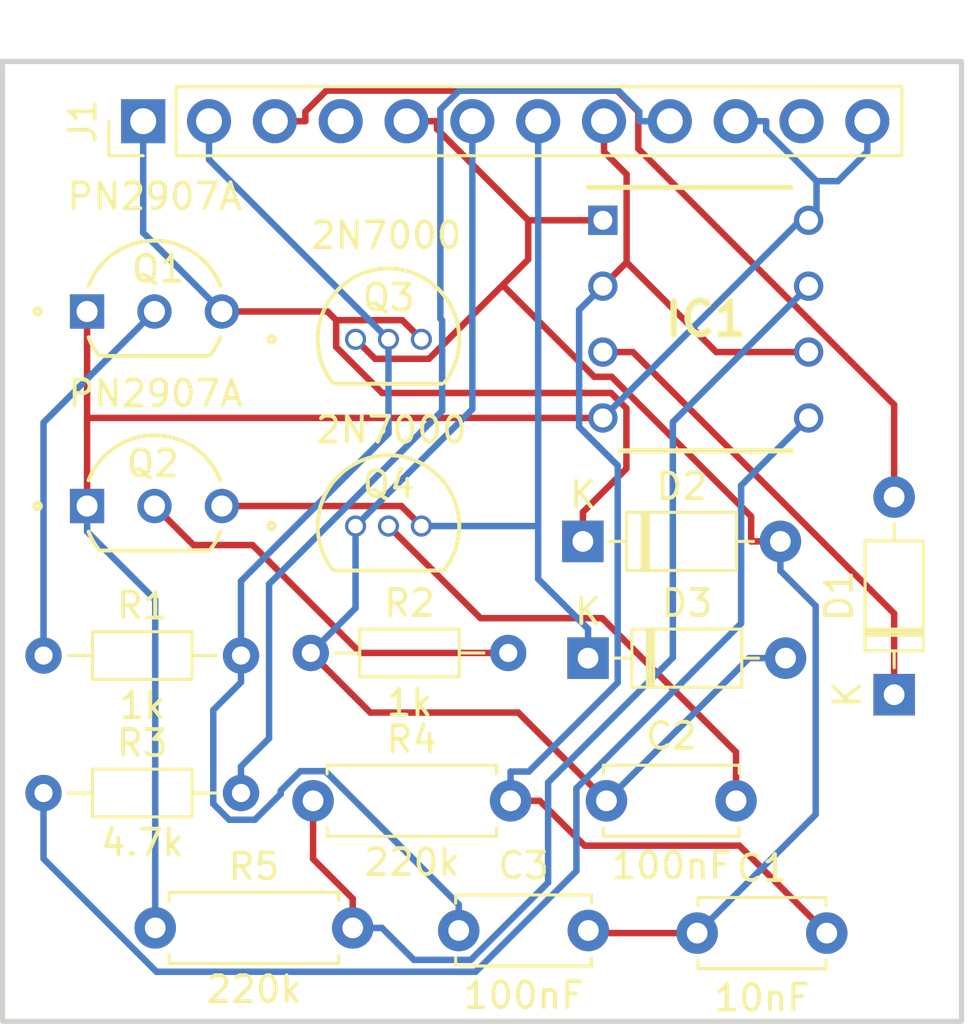
<source format=kicad_pcb>
(kicad_pcb (version 20221018) (generator pcbnew)
  (layers (0 "F.Cu" signal) (31 "B.Cu" signal) (34 "B.Paste" user) (35 "F.Paste" user) (36 "B.SilkS" user "B.Silkscreen") (37 "F.SilkS" user "F.Silkscreen") (38 "B.Mask" user) (39 "F.Mask" user) (44 "Edge.Cuts" user))
  (net 0 "")
  (net 1 "Net-(IC1-THRES)")
  (net 2 "Net-(D3-K)")
  (net 3 "Net-(Q4-G)")
  (net 4 "Net-(D2-K)")
  (net 5 "Net-(J1-Pin_2)")
  (net 6 "Net-(D1-K)")
  (net 7 "Net-(D1-A)")
  (net 8 "Net-(D2-A)")
  (net 9 "Net-(D3-A)")
  (net 10 "Net-(IC1-RESET)")
  (net 11 "Net-(IC1-CONT)")
  (net 12 "Net-(IC1-DISCH)")
  (net 14 "Net-(J1-Pin_9)")
  (net 16 "Net-(Q1-B)")
  (net 17 "Net-(Q2-B)")
  (footprint "Diode_THT:D_DO-35_SOD27_P7.62mm_Horizontal" (layer "F.Cu") (at 155.39 105.9)
    (fp_text reference "D3" (at 3.81 -2.12) (layer "F.SilkS"))
    (fp_text value "1N4148")
    (fp_text user "K" (at 0 -1.8) (layer "F.SilkS"))
    (fp_line (start 1.04 0) (end 1.69 0) (stroke (width 0.12)) (layer "F.SilkS"))
    (fp_line (start 1.69 -1.12) (end 1.69 1.12) (stroke (width 0.12)) (layer "F.SilkS"))
    (fp_line (start 1.69 1.12) (end 5.93 1.12) (stroke (width 0.12)) (layer "F.SilkS"))
    (fp_line (start 2.29 -1.12) (end 2.29 1.12) (stroke (width 0.12)) (layer "F.SilkS"))
    (fp_line (start 2.41 -1.12) (end 2.41 1.12) (stroke (width 0.12)) (layer "F.SilkS"))
    (fp_line (start 2.53 -1.12) (end 2.53 1.12) (stroke (width 0.12)) (layer "F.SilkS"))
    (fp_line (start 5.93 -1.12) (end 1.69 -1.12) (stroke (width 0.12)) (layer "F.SilkS"))
    (fp_line (start 5.93 1.12) (end 5.93 -1.12) (stroke (width 0.12)) (layer "F.SilkS"))
    (fp_line (start 6.58 0) (end 5.93 0) (stroke (width 0.12)) (layer "F.SilkS"))
    (pad "1" thru_hole rect (at 0 0) (size 1.6 1.6) (drill 0.8) (layers "*.Cu" "*.Mask") (net 2 "Net-(D3-K)"))
    (pad "2" thru_hole oval (at 7.62 0) (size 1.6 1.6) (drill 0.8) (layers "*.Cu" "*.Mask") (net 9 "Net-(D3-A)"))
  )
  (footprint "symbols:DIP794W53P254L959H508Q8N" (layer "F.Cu") (at 159.93 92.83)
    (fp_text reference "IC1" (at 0 0) (layer "F.SilkS") (effects (font (size 1.27 1.27) (thickness 0.254))))
    (fp_text value "TLC555CP" hide)
    (fp_line (start -4.535 -5.08) (end 3.3 -5.08) (stroke (width 0.2)) (layer "F.SilkS"))
    (fp_line (start -3.3 5.08) (end 3.3 5.08) (stroke (width 0.2)) (layer "F.SilkS"))
    (pad "1" thru_hole rect (at -3.97 -3.81) (size 1.13 1.13) (drill 0.73) (layers "*.Cu" "*.Mask") (net 8 "Net-(D2-A)"))
    (pad "2" thru_hole circle (at -3.97 -1.27) (size 1.13 1.13) (drill 0.73) (layers "*.Cu" "*.Mask") (net 1 "Net-(IC1-THRES)"))
    (pad "3" thru_hole circle (at -3.97 1.27) (size 1.13 1.13) (drill 0.73) (layers "*.Cu" "*.Mask") (net 6 "Net-(D1-K)"))
    (pad "4" thru_hole circle (at -3.97 3.81) (size 1.13 1.13) (drill 0.73) (layers "*.Cu" "*.Mask") (net 10 "Net-(IC1-RESET)"))
    (pad "5" thru_hole circle (at 3.97 3.81) (size 1.13 1.13) (drill 0.73) (layers "*.Cu" "*.Mask") (net 11 "Net-(IC1-CONT)"))
    (pad "6" thru_hole circle (at 3.97 1.27) (size 1.13 1.13) (drill 0.73) (layers "*.Cu" "*.Mask") (net 1 "Net-(IC1-THRES)"))
    (pad "7" thru_hole circle (at 3.97 -1.27) (size 1.13 1.13) (drill 0.73) (layers "*.Cu" "*.Mask") (net 12 "Net-(IC1-DISCH)"))
    (pad "8" thru_hole circle (at 3.97 -3.81) (size 1.13 1.13) (drill 0.73) (layers "*.Cu" "*.Mask") (net 10 "Net-(IC1-RESET)"))
  )
  (footprint "Resistor_THT:R_Axial_DIN0204_L3.6mm_D1.6mm_P7.62mm_Horizontal" (layer "F.Cu") (at 144.69 105.7)
    (fp_text reference "R2" (at 3.81 -1.92) (layer "F.SilkS"))
    (fp_text value "1k" (at 3.81 1.92) (layer "F.SilkS"))
    (fp_line (start 0.94 0) (end 1.89 0) (stroke (width 0.12)) (layer "F.SilkS"))
    (fp_line (start 1.89 -0.92) (end 1.89 0.92) (stroke (width 0.12)) (layer "F.SilkS"))
    (fp_line (start 1.89 0.92) (end 5.73 0.92) (stroke (width 0.12)) (layer "F.SilkS"))
    (fp_line (start 5.73 -0.92) (end 1.89 -0.92) (stroke (width 0.12)) (layer "F.SilkS"))
    (fp_line (start 5.73 0.92) (end 5.73 -0.92) (stroke (width 0.12)) (layer "F.SilkS"))
    (fp_line (start 6.68 0) (end 5.73 0) (stroke (width 0.12)) (layer "F.SilkS"))
    (pad "1" thru_hole circle (at 0 0) (size 1.4 1.4) (drill 0.7) (layers "*.Cu" "*.Mask") (net 9 "Net-(D3-A)"))
    (pad "2" thru_hole oval (at 7.62 0) (size 1.4 1.4) (drill 0.7) (layers "*.Cu" "*.Mask") (net 17 "Net-(Q2-B)"))
  )
  (footprint "Connector_PinHeader_2.54mm:PinHeader_1x12_P2.54mm_Vertical" (layer "F.Cu") (at 138.225 85.2 90)
    (fp_text reference "J1" (at 0 -2.33 90) (layer "F.SilkS"))
    (fp_text value "Conn_01x12")
    (fp_line (start -1.33 -1.33) (end 0 -1.33) (stroke (width 0.12)) (layer "F.SilkS"))
    (fp_line (start -1.33 0) (end -1.33 -1.33) (stroke (width 0.12)) (layer "F.SilkS"))
    (fp_line (start -1.33 1.27) (end -1.33 29.27) (stroke (width 0.12)) (layer "F.SilkS"))
    (fp_line (start -1.33 1.27) (end 1.33 1.27) (stroke (width 0.12)) (layer "F.SilkS"))
    (fp_line (start -1.33 29.27) (end 1.33 29.27) (stroke (width 0.12)) (layer "F.SilkS"))
    (fp_line (start 1.33 1.27) (end 1.33 29.27) (stroke (width 0.12)) (layer "F.SilkS"))
    (pad "1" thru_hole rect (at 0 0 90) (size 1.7 1.7) (drill 1) (layers "*.Cu" "*.Mask") (net 4 "Net-(D2-K)"))
    (pad "2" thru_hole oval (at 0 2.54 90) (size 1.7 1.7) (drill 1) (layers "*.Cu" "*.Mask") (net 5 "Net-(J1-Pin_2)"))
    (pad "3" thru_hole oval (at 0 5.08 90) (size 1.7 1.7) (drill 1) (layers "*.Cu" "*.Mask") (net 7 "Net-(D1-A)"))
    (pad "4" thru_hole oval (at 0 7.62 90) (size 1.7 1.7) (drill 1) (layers "*.Cu" "*.Mask"))
    (pad "5" thru_hole oval (at 0 10.16 90) (size 1.7 1.7) (drill 1) (layers "*.Cu" "*.Mask") (net 8 "Net-(D2-A)"))
    (pad "6" thru_hole oval (at 0 12.7 90) (size 1.7 1.7) (drill 1) (layers "*.Cu" "*.Mask") (net 9 "Net-(D3-A)"))
    (pad "7" thru_hole oval (at 0 15.24 90) (size 1.7 1.7) (drill 1) (layers "*.Cu" "*.Mask") (net 2 "Net-(D3-K)"))
    (pad "8" thru_hole oval (at 0 17.78 90) (size 1.7 1.7) (drill 1) (layers "*.Cu" "*.Mask") (net 1 "Net-(IC1-THRES)"))
    (pad "9" thru_hole oval (at 0 20.32 90) (size 1.7 1.7) (drill 1) (layers "*.Cu" "*.Mask") (net 14 "Net-(J1-Pin_9)"))
    (pad "10" thru_hole oval (at 0 22.86 90) (size 1.7 1.7) (drill 1) (layers "*.Cu" "*.Mask") (net 10 "Net-(IC1-RESET)"))
    (pad "11" thru_hole oval (at 0 25.4 90) (size 1.7 1.7) (drill 1) (layers "*.Cu" "*.Mask"))
    (pad "12" thru_hole oval (at 0 27.94 90) (size 1.7 1.7) (drill 1) (layers "*.Cu" "*.Mask") (net 10 "Net-(IC1-RESET)"))
  )
  (footprint "footprint:TO-92-3L_5P33X5P2_ONS" (layer "F.Cu") (at 136.0606 100.0364)
    (fp_text reference "Q2" (at 2.5394 -1.6364 unlocked) (layer "F.SilkS"))
    (fp_text value "PN2907A" (at 2.63945 -4.33645 unlocked) (layer "F.SilkS"))
    (fp_line (start 0.536494 1.7145) (end 4.663506 1.7145) (stroke (width 0.1524)) (layer "F.SilkS"))
    (fp_arc (start 0.056517 -0.99314) (mid 2.600845 -2.7305) (end 5.144097 -0.991565) (stroke (width 0.1524)) (layer "F.SilkS"))
    (fp_arc (start 0.435836 1.66494) (mid 0.222331 1.342505) (end 0.056518 0.993141) (stroke (width 0.1524)) (layer "F.SilkS"))
    (fp_arc (start 5.144097 0.991565) (mid 4.978085 1.341768) (end 4.764164 1.66494) (stroke (width 0.1524)) (layer "F.SilkS"))
    (fp_circle (center -1.9085 0) (end -1.7815 0) (stroke (width 0.1524)) (fill none) (layer "F.SilkS"))
    (pad "1" thru_hole rect (at 0 0) (size 1.3208 1.3208) (drill 0.8128) (layers "*.Cu" "*.Mask") (net 10 "Net-(IC1-RESET)"))
    (pad "2" thru_hole circle (at 2.6 0) (size 1.3208 1.3208) (drill 0.8128) (layers "*.Cu" "*.Mask") (net 17 "Net-(Q2-B)"))
    (pad "3" thru_hole circle (at 5.2 0) (size 1.3208 1.3208) (drill 0.8128) (layers "*.Cu" "*.Mask") (net 2 "Net-(D3-K)"))
  )
  (footprint "footprint:TO-92-3L_5P33X5P2_ONS" (layer "F.Cu") (at 136.0606 92.5364)
    (fp_text reference "Q1" (at 2.7394 -1.6364 unlocked) (layer "F.SilkS"))
    (fp_text value "PN2907A" (at 2.6 -4.43645 unlocked) (layer "F.SilkS"))
    (fp_line (start 0.536494 1.7145) (end 4.663506 1.7145) (stroke (width 0.1524)) (layer "F.SilkS"))
    (fp_arc (start 0.056517 -0.99314) (mid 2.600845 -2.7305) (end 5.144097 -0.991565) (stroke (width 0.1524)) (layer "F.SilkS"))
    (fp_arc (start 0.435836 1.66494) (mid 0.222331 1.342505) (end 0.056518 0.993141) (stroke (width 0.1524)) (layer "F.SilkS"))
    (fp_arc (start 5.144097 0.991565) (mid 4.978085 1.341768) (end 4.764164 1.66494) (stroke (width 0.1524)) (layer "F.SilkS"))
    (fp_circle (center -1.9085 0) (end -1.7815 0) (stroke (width 0.1524)) (fill none) (layer "F.SilkS"))
    (pad "1" thru_hole rect (at 0 0) (size 1.3208 1.3208) (drill 0.8128) (layers "*.Cu" "*.Mask") (net 10 "Net-(IC1-RESET)"))
    (pad "2" thru_hole circle (at 2.6 0) (size 1.3208 1.3208) (drill 0.8128) (layers "*.Cu" "*.Mask") (net 16 "Net-(Q1-B)"))
    (pad "3" thru_hole circle (at 5.2 0) (size 1.3208 1.3208) (drill 0.8128) (layers "*.Cu" "*.Mask") (net 4 "Net-(D2-K)"))
  )
  (footprint "Resistor_THT:R_Axial_DIN0207_L6.3mm_D2.5mm_P7.62mm_Horizontal" (layer "F.Cu") (at 138.69 116.3)
    (fp_text reference "R5" (at 3.81 -2.37) (layer "F.SilkS"))
    (fp_text value "220k" (at 3.81 2.37) (layer "F.SilkS"))
    (fp_line (start 0.54 -1.37) (end 7.08 -1.37) (stroke (width 0.12)) (layer "F.SilkS"))
    (fp_line (start 0.54 -1.04) (end 0.54 -1.37) (stroke (width 0.12)) (layer "F.SilkS"))
    (fp_line (start 0.54 1.04) (end 0.54 1.37) (stroke (width 0.12)) (layer "F.SilkS"))
    (fp_line (start 0.54 1.37) (end 7.08 1.37) (stroke (width 0.12)) (layer "F.SilkS"))
    (fp_line (start 7.08 -1.37) (end 7.08 -1.04) (stroke (width 0.12)) (layer "F.SilkS"))
    (fp_line (start 7.08 1.37) (end 7.08 1.04) (stroke (width 0.12)) (layer "F.SilkS"))
    (pad "1" thru_hole circle (at 0 0) (size 1.6 1.6) (drill 0.8) (layers "*.Cu" "*.Mask") (net 10 "Net-(IC1-RESET)"))
    (pad "2" thru_hole oval (at 7.62 0) (size 1.6 1.6) (drill 0.8) (layers "*.Cu" "*.Mask") (net 12 "Net-(IC1-DISCH)"))
  )
  (footprint "Capacitor_THT:C_Disc_D5.0mm_W2.5mm_P5.00mm" (layer "F.Cu") (at 150.4 116.4)
    (fp_text reference "C3" (at 2.5 -2.5) (layer "F.SilkS"))
    (fp_text value "100nF" (at 2.5 2.5) (layer "F.SilkS"))
    (fp_line (start -0.12 -1.37) (end -0.12 -1.055) (stroke (width 0.12)) (layer "F.SilkS"))
    (fp_line (start -0.12 -1.37) (end 5.12 -1.37) (stroke (width 0.12)) (layer "F.SilkS"))
    (fp_line (start -0.12 1.055) (end -0.12 1.37) (stroke (width 0.12)) (layer "F.SilkS"))
    (fp_line (start -0.12 1.37) (end 5.12 1.37) (stroke (width 0.12)) (layer "F.SilkS"))
    (fp_line (start 5.12 -1.37) (end 5.12 -1.055) (stroke (width 0.12)) (layer "F.SilkS"))
    (fp_line (start 5.12 1.055) (end 5.12 1.37) (stroke (width 0.12)) (layer "F.SilkS"))
    (pad "1" thru_hole circle (at 0 0) (size 1.6 1.6) (drill 0.8) (layers "*.Cu" "*.Mask") (net 5 "Net-(J1-Pin_2)"))
    (pad "2" thru_hole circle (at 5 0) (size 1.6 1.6) (drill 0.8) (layers "*.Cu" "*.Mask") (net 8 "Net-(D2-A)"))
  )
  (footprint "Resistor_THT:R_Axial_DIN0207_L6.3mm_D2.5mm_P7.62mm_Horizontal" (layer "F.Cu") (at 144.78 111.4)
    (fp_text reference "R4" (at 3.81 -2.37) (layer "F.SilkS"))
    (fp_text value "220k" (at 3.81 2.37) (layer "F.SilkS"))
    (fp_line (start 0.54 -1.37) (end 7.08 -1.37) (stroke (width 0.12)) (layer "F.SilkS"))
    (fp_line (start 0.54 -1.04) (end 0.54 -1.37) (stroke (width 0.12)) (layer "F.SilkS"))
    (fp_line (start 0.54 1.04) (end 0.54 1.37) (stroke (width 0.12)) (layer "F.SilkS"))
    (fp_line (start 0.54 1.37) (end 7.08 1.37) (stroke (width 0.12)) (layer "F.SilkS"))
    (fp_line (start 7.08 -1.37) (end 7.08 -1.04) (stroke (width 0.12)) (layer "F.SilkS"))
    (fp_line (start 7.08 1.37) (end 7.08 1.04) (stroke (width 0.12)) (layer "F.SilkS"))
    (pad "1" thru_hole circle (at 0 0) (size 1.6 1.6) (drill 0.8) (layers "*.Cu" "*.Mask") (net 12 "Net-(IC1-DISCH)"))
    (pad "2" thru_hole oval (at 7.62 0) (size 1.6 1.6) (drill 0.8) (layers "*.Cu" "*.Mask") (net 1 "Net-(IC1-THRES)"))
  )
  (footprint "Capacitor_THT:C_Disc_D5.0mm_W2.5mm_P5.00mm" (layer "F.Cu") (at 156.1 111.4)
    (fp_text reference "C2" (at 2.5 -2.5) (layer "F.SilkS"))
    (fp_text value "100nF" (at 2.5 2.5) (layer "F.SilkS"))
    (fp_line (start -0.12 -1.37) (end -0.12 -1.055) (stroke (width 0.12)) (layer "F.SilkS"))
    (fp_line (start -0.12 -1.37) (end 5.12 -1.37) (stroke (width 0.12)) (layer "F.SilkS"))
    (fp_line (start -0.12 1.055) (end -0.12 1.37) (stroke (width 0.12)) (layer "F.SilkS"))
    (fp_line (start -0.12 1.37) (end 5.12 1.37) (stroke (width 0.12)) (layer "F.SilkS"))
    (fp_line (start 5.12 -1.37) (end 5.12 -1.055) (stroke (width 0.12)) (layer "F.SilkS"))
    (fp_line (start 5.12 1.055) (end 5.12 1.37) (stroke (width 0.12)) (layer "F.SilkS"))
    (pad "1" thru_hole circle (at 0 0) (size 1.6 1.6) (drill 0.8) (layers "*.Cu" "*.Mask") (net 9 "Net-(D3-A)"))
    (pad "2" thru_hole circle (at 5 0) (size 1.6 1.6) (drill 0.8) (layers "*.Cu" "*.Mask") (net 3 "Net-(Q4-G)"))
  )
  (footprint "Capacitor_THT:C_Disc_D4.7mm_W2.5mm_P5.00mm" (layer "F.Cu") (at 159.6 116.5)
    (fp_text reference "C1" (at 2.5 -2.5) (layer "F.SilkS"))
    (fp_text value "10nF" (at 2.5 2.5) (layer "F.SilkS"))
    (fp_line (start 0.03 -1.37) (end 0.03 -1.055) (stroke (width 0.12)) (layer "F.SilkS"))
    (fp_line (start 0.03 -1.37) (end 4.97 -1.37) (stroke (width 0.12)) (layer "F.SilkS"))
    (fp_line (start 0.03 1.055) (end 0.03 1.37) (stroke (width 0.12)) (layer "F.SilkS"))
    (fp_line (start 0.03 1.37) (end 4.97 1.37) (stroke (width 0.12)) (layer "F.SilkS"))
    (fp_line (start 4.97 -1.37) (end 4.97 -1.055) (stroke (width 0.12)) (layer "F.SilkS"))
    (fp_line (start 4.97 1.055) (end 4.97 1.37) (stroke (width 0.12)) (layer "F.SilkS"))
    (pad "1" thru_hole circle (at 0 0) (size 1.6 1.6) (drill 0.8) (layers "*.Cu" "*.Mask") (net 8 "Net-(D2-A)"))
    (pad "2" thru_hole circle (at 5 0) (size 1.6 1.6) (drill 0.8) (layers "*.Cu" "*.Mask") (net 1 "Net-(IC1-THRES)"))
  )
  (footprint "Diode_THT:D_DO-35_SOD27_P7.62mm_Horizontal" (layer "F.Cu") (at 167.2 107.31 90)
    (fp_text reference "D1" (at 3.81 -2.12 90) (layer "F.SilkS"))
    (fp_text value "1N4148")
    (fp_text user "K" (at 0 -1.8 90) (layer "F.SilkS"))
    (fp_line (start 1.04 0) (end 1.69 0) (stroke (width 0.12)) (layer "F.SilkS"))
    (fp_line (start 1.69 -1.12) (end 1.69 1.12) (stroke (width 0.12)) (layer "F.SilkS"))
    (fp_line (start 1.69 1.12) (end 5.93 1.12) (stroke (width 0.12)) (layer "F.SilkS"))
    (fp_line (start 2.29 -1.12) (end 2.29 1.12) (stroke (width 0.12)) (layer "F.SilkS"))
    (fp_line (start 2.41 -1.12) (end 2.41 1.12) (stroke (width 0.12)) (layer "F.SilkS"))
    (fp_line (start 2.53 -1.12) (end 2.53 1.12) (stroke (width 0.12)) (layer "F.SilkS"))
    (fp_line (start 5.93 -1.12) (end 1.69 -1.12) (stroke (width 0.12)) (layer "F.SilkS"))
    (fp_line (start 5.93 1.12) (end 5.93 -1.12) (stroke (width 0.12)) (layer "F.SilkS"))
    (fp_line (start 6.58 0) (end 5.93 0) (stroke (width 0.12)) (layer "F.SilkS"))
    (pad "1" thru_hole rect (at 0 0 90) (size 1.6 1.6) (drill 0.8) (layers "*.Cu" "*.Mask") (net 6 "Net-(D1-K)"))
    (pad "2" thru_hole oval (at 7.62 0 90) (size 1.6 1.6) (drill 0.8) (layers "*.Cu" "*.Mask") (net 7 "Net-(D1-A)"))
  )
  (footprint "Diode_THT:D_DO-35_SOD27_P7.62mm_Horizontal" (layer "F.Cu") (at 155.19 101.4)
    (fp_text reference "D2" (at 3.81 -2.12) (layer "F.SilkS"))
    (fp_text value "1N4148")
    (fp_text user "K" (at 0 -1.8) (layer "F.SilkS"))
    (fp_line (start 1.04 0) (end 1.69 0) (stroke (width 0.12)) (layer "F.SilkS"))
    (fp_line (start 1.69 -1.12) (end 1.69 1.12) (stroke (width 0.12)) (layer "F.SilkS"))
    (fp_line (start 1.69 1.12) (end 5.93 1.12) (stroke (width 0.12)) (layer "F.SilkS"))
    (fp_line (start 2.29 -1.12) (end 2.29 1.12) (stroke (width 0.12)) (layer "F.SilkS"))
    (fp_line (start 2.41 -1.12) (end 2.41 1.12) (stroke (width 0.12)) (layer "F.SilkS"))
    (fp_line (start 2.53 -1.12) (end 2.53 1.12) (stroke (width 0.12)) (layer "F.SilkS"))
    (fp_line (start 5.93 -1.12) (end 1.69 -1.12) (stroke (width 0.12)) (layer "F.SilkS"))
    (fp_line (start 5.93 1.12) (end 5.93 -1.12) (stroke (width 0.12)) (layer "F.SilkS"))
    (fp_line (start 6.58 0) (end 5.93 0) (stroke (width 0.12)) (layer "F.SilkS"))
    (pad "1" thru_hole rect (at 0 0) (size 1.6 1.6) (drill 0.8) (layers "*.Cu" "*.Mask") (net 4 "Net-(D2-K)"))
    (pad "2" thru_hole oval (at 7.62 0) (size 1.6 1.6) (drill 0.8) (layers "*.Cu" "*.Mask") (net 8 "Net-(D2-A)"))
  )
  (footprint "Resistor_THT:R_Axial_DIN0204_L3.6mm_D1.6mm_P7.62mm_Horizontal" (layer "F.Cu") (at 134.38 105.8)
    (fp_text reference "R1" (at 3.81 -1.92) (layer "F.SilkS"))
    (fp_text value "1k" (at 3.81 1.92) (layer "F.SilkS"))
    (fp_line (start 0.94 0) (end 1.89 0) (stroke (width 0.12)) (layer "F.SilkS"))
    (fp_line (start 1.89 -0.92) (end 1.89 0.92) (stroke (width 0.12)) (layer "F.SilkS"))
    (fp_line (start 1.89 0.92) (end 5.73 0.92) (stroke (width 0.12)) (layer "F.SilkS"))
    (fp_line (start 5.73 -0.92) (end 1.89 -0.92) (stroke (width 0.12)) (layer "F.SilkS"))
    (fp_line (start 5.73 0.92) (end 5.73 -0.92) (stroke (width 0.12)) (layer "F.SilkS"))
    (fp_line (start 6.68 0) (end 5.73 0) (stroke (width 0.12)) (layer "F.SilkS"))
    (pad "1" thru_hole circle (at 0 0) (size 1.4 1.4) (drill 0.7) (layers "*.Cu" "*.Mask") (net 16 "Net-(Q1-B)"))
    (pad "2" thru_hole oval (at 7.62 0) (size 1.4 1.4) (drill 0.7) (layers "*.Cu" "*.Mask") (net 5 "Net-(J1-Pin_2)"))
  )
  (footprint "Resistor_THT:R_Axial_DIN0204_L3.6mm_D1.6mm_P7.62mm_Horizontal" (layer "F.Cu") (at 134.38 111.1)
    (fp_text reference "R3" (at 3.81 -1.92) (layer "F.SilkS"))
    (fp_text value "4.7k" (at 3.81 1.92) (layer "F.SilkS"))
    (fp_line (start 0.94 0) (end 1.89 0) (stroke (width 0.12)) (layer "F.SilkS"))
    (fp_line (start 1.89 -0.92) (end 1.89 0.92) (stroke (width 0.12)) (layer "F.SilkS"))
    (fp_line (start 1.89 0.92) (end 5.73 0.92) (stroke (width 0.12)) (layer "F.SilkS"))
    (fp_line (start 5.73 -0.92) (end 1.89 -0.92) (stroke (width 0.12)) (layer "F.SilkS"))
    (fp_line (start 5.73 0.92) (end 5.73 -0.92) (stroke (width 0.12)) (layer "F.SilkS"))
    (fp_line (start 6.68 0) (end 5.73 0) (stroke (width 0.12)) (layer "F.SilkS"))
    (pad "1" thru_hole circle (at 0 0) (size 1.4 1.4) (drill 0.7) (layers "*.Cu" "*.Mask") (net 11 "Net-(IC1-CONT)"))
    (pad "2" thru_hole oval (at 7.62 0) (size 1.4 1.4) (drill 0.7) (layers "*.Cu" "*.Mask") (net 14 "Net-(J1-Pin_9)"))
  )
  (footprint "footprint:TO_7000_VIS" (layer "F.Cu") (at 146.419 93.6085)
    (fp_text reference "Q3" (at 1.281 -1.6085 unlocked) (layer "F.SilkS"))
    (fp_text value "2N7000" (at 1.181 -4.008501 unlocked) (layer "F.SilkS"))
    (fp_line (start -0.794275 1.713499) (end 3.334275 1.713499) (stroke (width 0.1524)) (layer "F.SilkS"))
    (fp_arc (start -0.894971 1.66389) (mid 0.391315 -2.585255) (end 4.0005 0) (stroke (width 0.1524)) (layer "F.SilkS"))
    (fp_arc (start 4.0005 0) (mid 3.855255 0.878686) (end 3.434971 1.66389) (stroke (width 0.1524)) (layer "F.SilkS"))
    (fp_circle (center -3.2385 0) (end -3.1115 0) (stroke (width 0.1524)) (fill none) (layer "F.SilkS"))
    (pad "1" thru_hole circle (at 0 0) (size 0.8128 0.8128) (drill 0.5588) (layers "*.Cu" "*.Mask") (net 8 "Net-(D2-A)"))
    (pad "2" thru_hole circle (at 1.27 0) (size 0.8128 0.8128) (drill 0.5588) (layers "*.Cu" "*.Mask") (net 5 "Net-(J1-Pin_2)"))
    (pad "3" thru_hole circle (at 2.54 0) (size 0.8128 0.8128) (drill 0.5588) (layers "*.Cu" "*.Mask") (net 4 "Net-(D2-K)"))
  )
  (footprint "footprint:TO_7000_VIS" (layer "F.Cu") (at 146.419 100.8085)
    (fp_text reference "Q4" (at 1.281 -1.6085 unlocked) (layer "F.SilkS"))
    (fp_text value "2N7000" (at 1.381 -3.708501 unlocked) (layer "F.SilkS"))
    (fp_line (start -0.794275 1.713499) (end 3.334275 1.713499) (stroke (width 0.1524)) (layer "F.SilkS"))
    (fp_arc (start -0.894971 1.66389) (mid 0.391315 -2.585255) (end 4.0005 0) (stroke (width 0.1524)) (layer "F.SilkS"))
    (fp_arc (start 4.0005 0) (mid 3.855255 0.878686) (end 3.434971 1.66389) (stroke (width 0.1524)) (layer "F.SilkS"))
    (fp_circle (center -3.2385 0) (end -3.1115 0) (stroke (width 0.1524)) (fill none) (layer "F.SilkS"))
    (pad "1" thru_hole circle (at 0 0) (size 0.8128 0.8128) (drill 0.5588) (layers "*.Cu" "*.Mask") (net 9 "Net-(D3-A)"))
    (pad "2" thru_hole circle (at 1.27 0) (size 0.8128 0.8128) (drill 0.5588) (layers "*.Cu" "*.Mask") (net 3 "Net-(Q4-G)"))
    (pad "3" thru_hole circle (at 2.54 0) (size 0.8128 0.8128) (drill 0.5588) (layers "*.Cu" "*.Mask") (net 2 "Net-(D3-K)"))
  )
  (gr_rect (start 132.8 82.9) (end 169.8 119.9) (stroke (width 0.2)) (fill none) (layer "Edge.Cuts"))
  (segment (start 156.878 87.2499) (end 156.878 90.642) (width 0.25) (layer "F.Cu") (net 1))
  (segment (start 160.336 94.1) (end 156.878 90.642) (width 0.25) (layer "F.Cu") (net 1))
  (segment (start 156.005 86.3769) (end 156.878 87.2499) (width 0.25) (layer "F.Cu") (net 1))
  (segment (start 155.2561 113.1292) (end 161.2292 113.1292) (width 0.25) (layer "F.Cu") (net 1))
  (segment (start 163.9 94.1) (end 160.336 94.1) (width 0.25) (layer "F.Cu") (net 1))
  (segment (start 161.2292 113.1292) (end 164.6 116.5) (width 0.25) (layer "F.Cu") (net 1))
  (segment (start 152.4 111.4) (end 153.5269 111.4) (width 0.25) (layer "F.Cu") (net 1))
  (segment (start 156.878 90.642) (end 155.96 91.56) (width 0.25) (layer "F.Cu") (net 1))
  (segment (start 156.005 85.2) (end 156.005 86.3769) (width 0.25) (layer "F.Cu") (net 1))
  (segment (start 153.5269 111.4) (end 155.2561 113.1292) (width 0.25) (layer "F.Cu") (net 1))
  (segment (start 155.0449 96.9862) (end 155.0449 92.4751) (width 0.25) (layer "B.Cu") (net 1))
  (segment (start 153.1043 110.2731) (end 156.5332 106.8442) (width 0.25) (layer "B.Cu") (net 1))
  (segment (start 155.0449 92.4751) (end 155.96 91.56) (width 0.25) (layer "B.Cu") (net 1))
  (segment (start 152.4 111.4) (end 152.4 110.2731) (width 0.25) (layer "B.Cu") (net 1))
  (segment (start 152.4 110.2731) (end 153.1043 110.2731) (width 0.25) (layer "B.Cu") (net 1))
  (segment (start 156.5332 106.8442) (end 156.5332 98.4745) (width 0.25) (layer "B.Cu") (net 1))
  (segment (start 156.5332 98.4745) (end 155.0449 96.9862) (width 0.25) (layer "B.Cu") (net 1))
  (segment (start 148.1869 100.0364) (end 141.2606 100.0364) (width 0.25) (layer "F.Cu") (net 2))
  (segment (start 148.959 100.8085) (end 148.1869 100.0364) (width 0.25) (layer "F.Cu") (net 2))
  (segment (start 153.465 85.2) (end 153.465 100.8085) (width 0.25) (layer "B.Cu") (net 2))
  (segment (start 153.465 100.8085) (end 148.959 100.8085) (width 0.25) (layer "B.Cu") (net 2))
  (segment (start 153.465 100.8085) (end 153.465 102.8481) (width 0.25) (layer "B.Cu") (net 2))
  (segment (start 153.465 102.8481) (end 155.39 104.7731) (width 0.25) (layer "B.Cu") (net 2))
  (segment (start 155.39 105.9) (end 155.39 104.7731) (width 0.25) (layer "B.Cu") (net 2))
  (segment (start 155.9346 104.3591) (end 161.1 109.5245) (width 0.25) (layer "F.Cu") (net 3))
  (segment (start 147.689 100.8085) (end 151.2396 104.3591) (width 0.25) (layer "F.Cu") (net 3))
  (segment (start 151.2396 104.3591) (end 155.9346 104.3591) (width 0.25) (layer "F.Cu") (net 3))
  (segment (start 161.1 109.5245) (end 161.1 111.4) (width 0.25) (layer "F.Cu") (net 3))
  (segment (start 141.2606 92.5364) (end 145.3363 92.5364) (width 0.25) (layer "F.Cu") (net 4))
  (segment (start 156.8696 98.5935) (end 156.8696 96.2688) (width 0.25) (layer "F.Cu") (net 4))
  (segment (start 155.19 101.4) (end 155.19 100.2731) (width 0.25) (layer "F.Cu") (net 4))
  (segment (start 148.2219 92.8714) (end 145.6713 92.8714) (width 0.25) (layer "F.Cu") (net 4))
  (segment (start 145.3363 92.5364) (end 145.6713 92.8714) (width 0.25) (layer "F.Cu") (net 4))
  (segment (start 147.4454 95.6788) (end 145.6713 93.9047) (width 0.25) (layer "F.Cu") (net 4))
  (segment (start 156.2796 95.6788) (end 147.4454 95.6788) (width 0.25) (layer "F.Cu") (net 4))
  (segment (start 156.8696 96.2688) (end 156.2796 95.6788) (width 0.25) (layer "F.Cu") (net 4))
  (segment (start 148.959 93.6085) (end 148.2219 92.8714) (width 0.25) (layer "F.Cu") (net 4))
  (segment (start 145.6713 93.9047) (end 145.6713 92.8714) (width 0.25) (layer "F.Cu") (net 4))
  (segment (start 155.19 100.2731) (end 156.8696 98.5935) (width 0.25) (layer "F.Cu") (net 4))
  (segment (start 138.225 89.5008) (end 138.225 85.2) (width 0.25) (layer "B.Cu") (net 4))
  (segment (start 141.2606 92.5364) (end 138.225 89.5008) (width 0.25) (layer "B.Cu") (net 4))
  (segment (start 141.5427 112.1309) (end 142.536 112.1309) (width 0.25) (layer "B.Cu") (net 5))
  (segment (start 147.689 93.6085) (end 140.765 86.6845) (width 0.25) (layer "B.Cu") (net 5))
  (segment (start 142 102.9265) (end 142 105.8) (width 0.25) (layer "B.Cu") (net 5))
  (segment (start 147.689 97.2375) (end 142 102.9265) (width 0.25) (layer "B.Cu") (net 5))
  (segment (start 142 106.8269) (end 140.9292 107.8977) (width 0.25) (layer "B.Cu") (net 5))
  (segment (start 140.9292 107.8977) (end 140.9292 111.5174) (width 0.25) (layer "B.Cu") (net 5))
  (segment (start 140.765 86.6845) (end 140.765 85.2) (width 0.25) (layer "B.Cu") (net 5))
  (segment (start 140.9292 111.5174) (end 141.5427 112.1309) (width 0.25) (layer "B.Cu") (net 5))
  (segment (start 142 105.8) (end 142 106.8269) (width 0.25) (layer "B.Cu") (net 5))
  (segment (start 143.5326 111.1343) (end 143.5326 111.0097) (width 0.25) (layer "B.Cu") (net 5))
  (segment (start 143.5326 111.0097) (end 144.2854 110.2569) (width 0.25) (layer "B.Cu") (net 5))
  (segment (start 145.253 110.2569) (end 150.4 115.4039) (width 0.25) (layer "B.Cu") (net 5))
  (segment (start 144.2854 110.2569) (end 145.253 110.2569) (width 0.25) (layer "B.Cu") (net 5))
  (segment (start 150.4 115.4039) (end 150.4 116.4) (width 0.25) (layer "B.Cu") (net 5))
  (segment (start 142.536 112.1309) (end 143.5326 111.1343) (width 0.25) (layer "B.Cu") (net 5))
  (segment (start 147.689 93.6085) (end 147.689 97.2375) (width 0.25) (layer "B.Cu") (net 5))
  (segment (start 167.2 107.31) (end 167.2 104.179) (width 0.25) (layer "F.Cu") (net 6))
  (segment (start 157.121 94.1) (end 155.96 94.1) (width 0.25) (layer "F.Cu") (net 6))
  (segment (start 167.2 104.179) (end 157.121 94.1) (width 0.25) (layer "F.Cu") (net 6))
  (segment (start 144.4819 84.8322) (end 145.2922 84.0219) (width 0.25) (layer "F.Cu") (net 7))
  (segment (start 157.3284 84.8363) (end 157.3284 86.2622) (width 0.25) (layer "F.Cu") (net 7))
  (segment (start 144.4819 85.2) (end 144.4819 84.8322) (width 0.25) (layer "F.Cu") (net 7))
  (segment (start 157.3284 86.2622) (end 167.2 96.1338) (width 0.25) (layer "F.Cu") (net 7))
  (segment (start 167.2 96.1338) (end 167.2 99.69) (width 0.25) (layer "F.Cu") (net 7))
  (segment (start 156.514 84.0219) (end 157.3284 84.8363) (width 0.25) (layer "F.Cu") (net 7))
  (segment (start 143.305 85.2) (end 144.4819 85.2) (width 0.25) (layer "F.Cu") (net 7))
  (segment (start 145.2922 84.0219) (end 156.514 84.0219) (width 0.25) (layer "F.Cu") (net 7))
  (segment (start 153.0806 89.02) (end 155.0681 89.02) (width 0.25) (layer "F.Cu") (net 8))
  (segment (start 147.1708 94.3603) (end 149.2517 94.3603) (width 0.25) (layer "F.Cu") (net 8))
  (segment (start 159.6 116.5) (end 155.5 116.5) (width 0.25) (layer "F.Cu") (net 8))
  (segment (start 155.5 116.5) (end 155.4 116.4) (width 0.25) (layer "F.Cu") (net 8))
  (segment (start 153.0806 90.5314) (end 153.0806 89.02) (width 0.25) (layer "F.Cu") (net 8))
  (segment (start 156.2984 95.0534) (end 161.6831 100.4381) (width 0.25) (layer "F.Cu") (net 8))
  (segment (start 155.6303 95.0534) (end 156.2984 95.0534) (width 0.25) (layer "F.Cu") (net 8))
  (segment (start 155.96 89.02) (end 155.0681 89.02) (width 0.25) (layer "F.Cu") (net 8))
  (segment (start 149.5619 85.2) (end 149.5619 85.5013) (width 0.25) (layer "F.Cu") (net 8))
  (segment (start 149.5619 85.5013) (end 153.0806 89.02) (width 0.25) (layer "F.Cu") (net 8))
  (segment (start 161.6831 100.4381) (end 161.6831 101.4) (width 0.25) (layer "F.Cu") (net 8))
  (segment (start 152.0945 91.5175) (end 153.0806 90.5314) (width 0.25) (layer "F.Cu") (net 8))
  (segment (start 162.81 101.4) (end 161.6831 101.4) (width 0.25) (layer "F.Cu") (net 8))
  (segment (start 146.419 93.6085) (end 147.1708 94.3603) (width 0.25) (layer "F.Cu") (net 8))
  (segment (start 148.385 85.2) (end 149.5619 85.2) (width 0.25) (layer "F.Cu") (net 8))
  (segment (start 149.2517 94.3603) (end 152.0945 91.5175) (width 0.25) (layer "F.Cu") (net 8))
  (segment (start 152.0945 91.5175) (end 155.6303 95.0534) (width 0.25) (layer "F.Cu") (net 8))
  (segment (start 164.1725 111.9275) (end 159.6 116.5) (width 0.25) (layer "B.Cu") (net 8))
  (segment (start 164.1725 103.8894) (end 164.1725 111.9275) (width 0.25) (layer "B.Cu") (net 8))
  (segment (start 162.81 102.5269) (end 164.1725 103.8894) (width 0.25) (layer "B.Cu") (net 8))
  (segment (start 162.81 101.4) (end 162.81 102.5269) (width 0.25) (layer "B.Cu") (net 8))
  (segment (start 156.1 111.4) (end 152.6981 107.9981) (width 0.25) (layer "F.Cu") (net 9))
  (segment (start 146.9881 107.9981) (end 144.69 105.7) (width 0.25) (layer "F.Cu") (net 9))
  (segment (start 152.6981 107.9981) (end 146.9881 107.9981) (width 0.25) (layer "F.Cu") (net 9))
  (segment (start 146.419 100.8085) (end 150.925 96.3025) (width 0.25) (layer "B.Cu") (net 9))
  (segment (start 144.69 105.7) (end 146.419 103.971) (width 0.25) (layer "B.Cu") (net 9))
  (segment (start 146.419 103.971) (end 146.419 100.8085) (width 0.25) (layer "B.Cu") (net 9))
  (segment (start 156.1 111.4) (end 161.6 105.9) (width 0.25) (layer "B.Cu") (net 9))
  (segment (start 161.6 105.9) (end 163.01 105.9) (width 0.25) (layer "B.Cu") (net 9))
  (segment (start 150.925 96.3025) (end 150.925 85.2) (width 0.25) (layer "B.Cu") (net 9))
  (segment (start 136.0606 100.0364) (end 136.0606 96.64) (width 0.25) (layer "F.Cu") (net 10))
  (segment (start 136.0606 96.64) (end 155.96 96.64) (width 0.25) (layer "F.Cu") (net 10))
  (segment (start 136.0606 96.64) (end 136.0606 92.5364) (width 0.25) (layer "F.Cu") (net 10))
  (segment (start 166.165 86.3769) (end 165.0325 87.5094) (width 0.25) (layer "B.Cu") (net 10))
  (segment (start 163.58 89.02) (end 163.9 89.02) (width 0.25) (layer "B.Cu") (net 10))
  (segment (start 161.085 85.2) (end 162.2619 85.2) (width 0.25) (layer "B.Cu") (net 10))
  (segment (start 138.69 103.6531) (end 136.0606 101.0237) (width 0.25) (layer "B.Cu") (net 10))
  (segment (start 164.2055 88.7145) (end 163.9 89.02) (width 0.25) (layer "B.Cu") (net 10))
  (segment (start 138.69 116.3) (end 138.69 103.6531) (width 0.25) (layer "B.Cu") (net 10))
  (segment (start 165.0325 87.5094) (end 164.2055 87.5094) (width 0.25) (layer "B.Cu") (net 10))
  (segment (start 164.2055 87.5094) (end 164.2055 88.7145) (width 0.25) (layer "B.Cu") (net 10))
  (segment (start 166.165 85.2) (end 166.165 86.3769) (width 0.25) (layer "B.Cu") (net 10))
  (segment (start 162.2619 85.5658) (end 162.2619 85.2) (width 0.25) (layer "B.Cu") (net 10))
  (segment (start 164.2055 87.5094) (end 162.2619 85.5658) (width 0.25) (layer "B.Cu") (net 10))
  (segment (start 136.0606 100.0364) (end 136.0606 101.0237) (width 0.25) (layer "B.Cu") (net 10))
  (segment (start 155.96 96.64) (end 163.58 89.02) (width 0.25) (layer "B.Cu") (net 10))
  (segment (start 134.38 113.6328) (end 138.7373 117.9901) (width 0.25) (layer "B.Cu") (net 11))
  (segment (start 161.2961 99.2439) (end 163.9 96.64) (width 0.25) (layer "B.Cu") (net 11))
  (segment (start 138.7373 117.9901) (end 151.055 117.9901) (width 0.25) (layer "B.Cu") (net 11))
  (segment (start 161.2961 104.5604) (end 161.2961 99.2439) (width 0.25) (layer "B.Cu") (net 11))
  (segment (start 151.055 117.9901) (end 154.9403 114.1048) (width 0.25) (layer "B.Cu") (net 11))
  (segment (start 154.9403 114.1048) (end 154.9403 110.9162) (width 0.25) (layer "B.Cu") (net 11))
  (segment (start 154.9403 110.9162) (end 161.2961 104.5604) (width 0.25) (layer "B.Cu") (net 11))
  (segment (start 134.38 111.1) (end 134.38 113.6328) (width 0.25) (layer "B.Cu") (net 11))
  (segment (start 144.78 113.6431) (end 146.31 115.1731) (width 0.25) (layer "F.Cu") (net 12))
  (segment (start 146.31 116.3) (end 146.31 115.1731) (width 0.25) (layer "F.Cu") (net 12))
  (segment (start 144.78 111.4) (end 144.78 113.6431) (width 0.25) (layer "F.Cu") (net 12))
  (segment (start 158.66 96.8) (end 163.9 91.56) (width 0.25) (layer "B.Cu") (net 12))
  (segment (start 153.8484 114.5505) (end 153.8484 110.6911) (width 0.25) (layer "B.Cu") (net 12))
  (segment (start 146.31 116.3) (end 147.4369 116.3) (width 0.25) (layer "B.Cu") (net 12))
  (segment (start 148.6687 117.5318) (end 150.8671 117.5318) (width 0.25) (layer "B.Cu") (net 12))
  (segment (start 150.8671 117.5318) (end 153.8484 114.5505) (width 0.25) (layer "B.Cu") (net 12))
  (segment (start 153.8484 110.6911) (end 158.66 105.8795) (width 0.25) (layer "B.Cu") (net 12))
  (segment (start 158.66 105.8795) (end 158.66 96.8) (width 0.25) (layer "B.Cu") (net 12))
  (segment (start 147.4369 116.3) (end 148.6687 117.5318) (width 0.25) (layer "B.Cu") (net 12))
  (segment (start 149.7597 92.8782) (end 149.7597 96.367) (width 0.25) (layer "B.Cu") (net 14))
  (segment (start 150.416 84.0219) (end 149.6908 84.7471) (width 0.25) (layer "B.Cu") (net 14))
  (segment (start 158.545 85.2) (end 157.3681 85.2) (width 0.25) (layer "B.Cu") (net 14))
  (segment (start 143.0822 108.9909) (end 142 110.0731) (width 0.25) (layer "B.Cu") (net 14))
  (segment (start 157.3681 84.8322) (end 156.5578 84.0219) (width 0.25) (layer "B.Cu") (net 14))
  (segment (start 157.3681 85.2) (end 157.3681 84.8322) (width 0.25) (layer "B.Cu") (net 14))
  (segment (start 143.0822 103.0445) (end 143.0822 108.9909) (width 0.25) (layer "B.Cu") (net 14))
  (segment (start 142 111.1) (end 142 110.0731) (width 0.25) (layer "B.Cu") (net 14))
  (segment (start 156.5578 84.0219) (end 150.416 84.0219) (width 0.25) (layer "B.Cu") (net 14))
  (segment (start 149.6908 84.7471) (end 149.6908 92.8093) (width 0.25) (layer "B.Cu") (net 14))
  (segment (start 149.7597 96.367) (end 143.0822 103.0445) (width 0.25) (layer "B.Cu") (net 14))
  (segment (start 149.6908 92.8093) (end 149.7597 92.8782) (width 0.25) (layer "B.Cu") (net 14))
  (segment (start 134.38 96.817) (end 134.38 105.8) (width 0.25) (layer "B.Cu") (net 16))
  (segment (start 138.6606 92.5364) (end 134.38 96.817) (width 0.25) (layer "B.Cu") (net 16))
  (segment (start 140.1645 101.5403) (end 138.6606 100.0364) (width 0.25) (layer "F.Cu") (net 17))
  (segment (start 146.605 105.7) (end 142.4453 101.5403) (width 0.25) (layer "F.Cu") (net 17))
  (segment (start 142.4453 101.5403) (end 140.1645 101.5403) (width 0.25) (layer "F.Cu") (net 17))
  (segment (start 152.31 105.7) (end 146.605 105.7) (width 0.25) (layer "F.Cu") (net 17))
)
</source>
